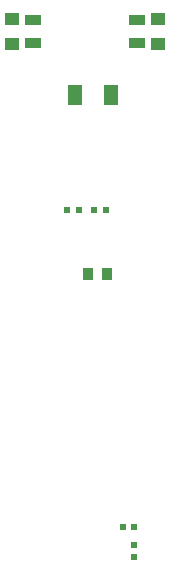
<source format=gbr>
G04 PROTEUS RS274X GERBER FILE*
%FSLAX45Y45*%
%MOMM*%
G01*
%ADD17R,1.447800X0.939800*%
%ADD18R,1.270000X1.016000*%
%ADD70R,0.558800X0.609600*%
%ADD71R,0.609600X0.558800*%
%ADD20R,1.143000X1.803400*%
%ADD22R,0.939800X0.990600*%
%TD.AperFunction*%
D17*
X-510000Y+3060000D03*
X-510000Y+3260000D03*
X+370000Y+3060000D03*
X+370000Y+3260000D03*
D18*
X-690000Y+3263360D03*
X-690000Y+3050000D03*
X+550000Y+3263360D03*
X+550000Y+3050000D03*
D70*
X+250000Y-1040000D03*
X+350000Y-1040000D03*
D71*
X+350000Y-1190000D03*
X+350000Y-1290000D03*
D70*
X-220000Y+1650000D03*
X-120000Y+1650000D03*
X+10000Y+1650000D03*
X+110000Y+1650000D03*
D20*
X+150000Y+2620000D03*
X-150000Y+2620000D03*
D22*
X+120000Y+1110000D03*
X-40000Y+1110000D03*
M02*

</source>
